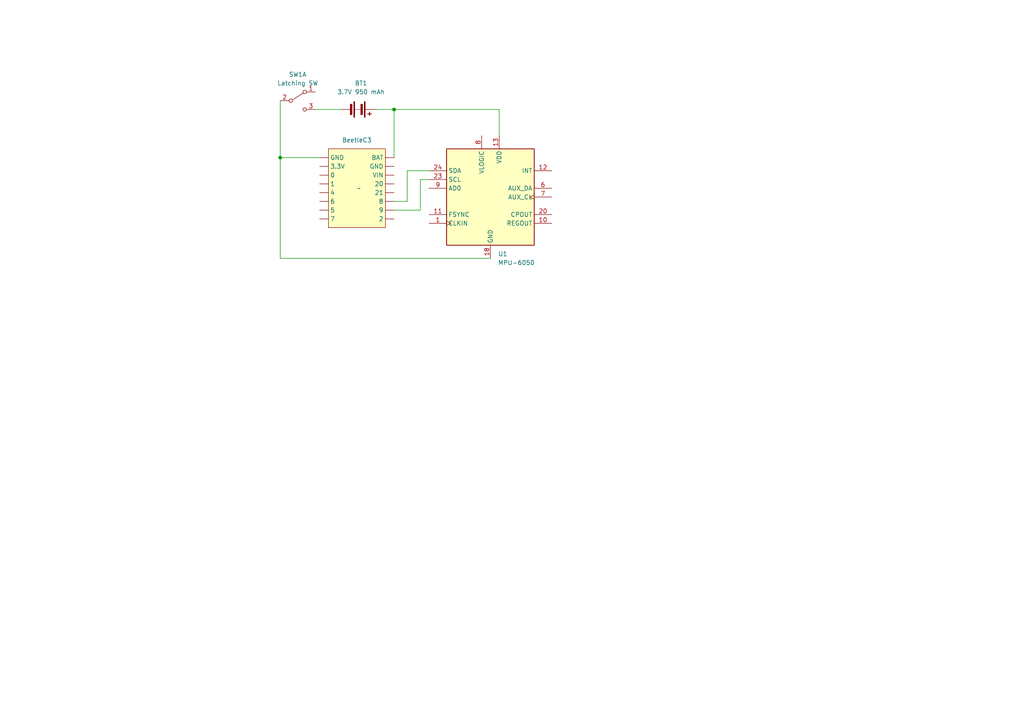
<source format=kicad_sch>
(kicad_sch (version 20230121) (generator eeschema)
  (paper "A4")
  (lib_symbols
    (symbol "Device:Battery" (pin_numbers hide) (pin_names (offset 0) hide)
      (property "Reference" "BT" (at 2.54 2.54 0))
      (property "Value" "Battery" (at 2.54 0 0))
      (symbol "Battery_0_1"
        (rectangle (start -2.286 -1.27) (end 2.286 -1.524) (fill (type outline)))
        (rectangle (start -2.286 1.778) (end 2.286 1.524) (fill (type outline)))
        (rectangle (start -1.524 -2.032) (end 1.524 -2.54) (fill (type outline)))
        (rectangle (start -1.524 1.016) (end 1.524 0.508) (fill (type outline)))
        (polyline (pts (xy 0 -1.016) (xy 0 -0.762)))
        (polyline (pts (xy 0 -0.508) (xy 0 -0.254)))
        (polyline (pts (xy 0 0) (xy 0 0.254)))
        (polyline (pts (xy 0 1.778) (xy 0 2.54)))
        (polyline (pts (xy 0.762 3.048) (xy 1.778 3.048)) (stroke (width 0.254)))
        (polyline (pts (xy 1.27 3.556) (xy 1.27 2.54)) (stroke (width 0.254)))
      )
      (symbol "Battery_1_1"
        (pin passive line (at 0 5.08 270) (length 2.54) (name "+") (number "1"))
        (pin passive line (at 0 -5.08 90) (length 2.54) (name "-") (number "2"))
      )
    )
    (symbol "Sensor_Motion:MPU-6050"
      (property "Reference" "U" (at -11.43 13.97 0))
      (property "Value" "MPU-6050" (at 7.62 -15.24 0))
      (symbol "MPU-6050_0_0"
        (text "" (at 12.7 -2.54 0) (effects (font (size 1.27 1.27))))
      )
      (symbol "MPU-6050_0_1"
        (rectangle (start -12.7 13.97) (end 12.7 -13.97) (stroke (width 0.254)) (fill (type background)))
      )
      (symbol "MPU-6050_1_1"
        (pin input clock (at -17.78 -7.62 0) (length 5.08) (name "CLKIN") (number "1"))
        (pin passive line (at 17.78 -7.62 180) (length 5.08) (name "REGOUT") (number "10"))
        (pin input line (at -17.78 -5.08 0) (length 5.08) (name "FSYNC") (number "11"))
        (pin output line (at 17.78 7.62 180) (length 5.08) (name "INT") (number "12"))
        (pin power_in line (at 2.54 17.78 270) (length 3.81) (name "VDD") (number "13"))
        (pin no_connect line (at -12.7 -10.16 0) (length 2.54) hide (name "NC") (number "14"))
        (pin no_connect line (at 12.7 12.7 180) (length 2.54) hide (name "NC") (number "15"))
        (pin no_connect line (at 12.7 10.16 180) (length 2.54) hide (name "NC") (number "16"))
        (pin no_connect line (at 12.7 5.08 180) (length 2.54) hide (name "NC") (number "17"))
        (pin power_in line (at 0 -17.78 90) (length 3.81) (name "GND") (number "18"))
        (pin no_connect line (at 12.7 -10.16 180) (length 2.54) hide (name "RESV") (number "19"))
        (pin no_connect line (at -12.7 12.7 0) (length 2.54) hide (name "NC") (number "2"))
        (pin passive line (at 17.78 -5.08 180) (length 5.08) (name "CPOUT") (number "20"))
        (pin no_connect line (at 12.7 -2.54 180) (length 2.54) hide (name "RESV") (number "21"))
        (pin no_connect line (at 12.7 -12.7 180) (length 2.54) hide (name "RESV") (number "22"))
        (pin input line (at -17.78 5.08 0) (length 5.08) (name "SCL") (number "23"))
        (pin bidirectional line (at -17.78 7.62 0) (length 5.08) (name "SDA") (number "24"))
        (pin no_connect line (at -12.7 10.16 0) (length 2.54) hide (name "NC") (number "3"))
        (pin no_connect line (at -12.7 0 0) (length 2.54) hide (name "NC") (number "4"))
        (pin no_connect line (at -12.7 -2.54 0) (length 2.54) hide (name "NC") (number "5"))
        (pin bidirectional line (at 17.78 2.54 180) (length 5.08) (name "AUX_DA") (number "6"))
        (pin output clock (at 17.78 0 180) (length 5.08) (name "AUX_CL") (number "7"))
        (pin power_in line (at -2.54 17.78 270) (length 3.81) (name "VLOGIC") (number "8"))
        (pin input line (at -17.78 2.54 0) (length 5.08) (name "AD0") (number "9"))
      )
    )
    (symbol "Switch:SW_DPDT_x2" (pin_names (offset 0) hide)
      (property "Reference" "SW" (at 0 4.318 0))
      (property "Value" "SW_DPDT_x2" (at 0 -5.08 0))
      (symbol "SW_DPDT_x2_0_0"
        (circle (center -2.032 0) (radius 0.508))
        (circle (center 2.032 -2.54) (radius 0.508))
      )
      (symbol "SW_DPDT_x2_0_1"
        (polyline (pts (xy -1.524 0.254) (xy 1.651 2.286)))
        (circle (center 2.032 2.54) (radius 0.508))
      )
      (symbol "SW_DPDT_x2_1_1"
        (pin passive line (at 5.08 2.54 180) (length 2.54) (name "A") (number "1"))
        (pin passive line (at -5.08 0 0) (length 2.54) (name "B") (number "2"))
        (pin passive line (at 5.08 -2.54 180) (length 2.54) (name "C") (number "3"))
      )
      (symbol "SW_DPDT_x2_2_1"
        (pin passive line (at 5.08 2.54 180) (length 2.54) (name "A") (number "4"))
        (pin passive line (at -5.08 0 0) (length 2.54) (name "B") (number "5"))
        (pin passive line (at 5.08 -2.54 180) (length 2.54) (name "C") (number "6"))
      )
    )
    (symbol "beetle:Df"
      (property "Reference" "BeetleC3" (at -0.635 13.97 0))
      (property "Value" "~" (at 0 0 0))
      (symbol "Df_1_1"
        (rectangle (start -8.89 11.43) (end 7.62 -11.43) (fill (type background)))
        (pin input line (at -11.43 3.81 0) (length 2.54) (name "0") (number ""))
        (pin input line (at -11.43 1.27 0) (length 2.54) (name "1") (number ""))
        (pin input line (at 10.16 -8.89 180) (length 2.54) (name "2") (number ""))
        (pin input line (at 10.16 1.27 180) (length 2.54) (name "20") (number ""))
        (pin input line (at 10.16 -1.27 180) (length 2.54) (name "21") (number ""))
        (pin input line (at -11.43 6.35 0) (length 2.54) (name "3.3V") (number ""))
        (pin input line (at -11.43 -1.27 0) (length 2.54) (name "4") (number ""))
        (pin input line (at -11.43 -6.35 0) (length 2.54) (name "5") (number ""))
        (pin input line (at -11.43 -3.81 0) (length 2.54) (name "6") (number ""))
        (pin input line (at -11.43 -8.89 0) (length 2.54) (name "7") (number ""))
        (pin input line (at 10.16 -3.81 180) (length 2.54) (name "8") (number ""))
        (pin input line (at 10.16 -6.35 180) (length 2.54) (name "9") (number ""))
        (pin input line (at 10.16 8.89 180) (length 2.54) (name "BAT") (number ""))
        (pin input line (at -11.43 8.89 0) (length 2.54) (name "GND") (number ""))
        (pin input line (at 10.16 6.35 180) (length 2.54) (name "GND") (number ""))
        (pin input line (at 10.16 3.81 180) (length 2.54) (name "VIN") (number ""))
      )
    )
  )
  (junction (at 114.3 31.75))
  (junction (at 81.28 45.72))
  (wire (pts (xy 99.06 31.75) (xy 91.44 31.75)))
  (wire (pts (xy 121.92 52.07) (xy 124.46 52.07)))
  (wire (pts (xy 118.11 49.53) (xy 124.46 49.53)))
  (wire (pts (xy 121.92 60.96) (xy 121.92 52.07)))
  (wire (pts (xy 142.24 74.93) (xy 81.28 74.93)))
  (wire (pts (xy 114.3 60.96) (xy 121.92 60.96)))
  (wire (pts (xy 118.11 58.42) (xy 118.11 49.53)))
  (wire (pts (xy 144.78 31.75) (xy 114.3 31.75)))
  (wire (pts (xy 114.3 31.75) (xy 114.3 45.72)))
  (wire (pts (xy 81.28 45.72) (xy 92.71 45.72)))
  (wire (pts (xy 114.3 58.42) (xy 118.11 58.42)))
  (wire (pts (xy 144.78 39.37) (xy 144.78 31.75)))
  (wire (pts (xy 109.22 31.75) (xy 114.3 31.75)))
  (wire (pts (xy 81.28 45.72) (xy 81.28 29.21)))
  (wire (pts (xy 81.28 74.93) (xy 81.28 45.72)))
  (symbol (lib_id "Device:Battery") (at 104.14 31.75 270) (unit 1)
    (property "Reference" "BT1" (at 104.7115 24.13 90))
    (property "Value" "3.7V 950 mAh" (at 104.7115 26.67 90))
  )
  (symbol (lib_id "beetle:Df") (at 104.14 54.61 0) (unit 1)
    (property "Reference" "BeetleC3" (at 103.505 40.64 0))
    (property "Value" "~" (at 104.14 54.61 0))
  )
  (symbol (lib_id "Sensor_Motion:MPU-6050") (at 142.24 57.15 0) (unit 1)
    (property "Reference" "U1" (at 144.4341 73.66 0) (effects (justify left)))
    (property "Value" "MPU-6050" (at 144.4341 76.2 0) (effects (justify left)))
    (property "Footprint" "Sensor_Motion:InvenSense_QFN-24_4x4mm_P0.5mm" (effects hide))
    (property "Datasheet" "https://invensense.tdk.com/wp-content/uploads/2015/02/MPU-6000-Datasheet1.pdf" (effects hide))
  )
  (symbol (lib_id "Switch:SW_DPDT_x2") (at 86.36 29.21 0) (unit 1)
    (property "Reference" "SW1" (at 86.36 21.59 0))
    (property "Value" "Latching SW" (at 86.36 24.13 0))
  )
)
</source>
